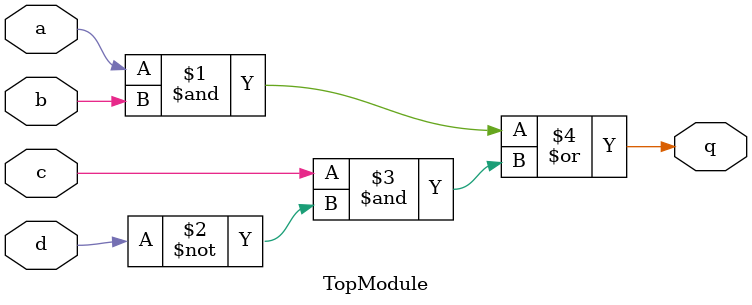
<source format=v>
module TopModule (
  input a,
  input b,
  input c,
  input d,
  output q
);

  assign q = (a & b) | (c & ~d);

endmodule
</source>
